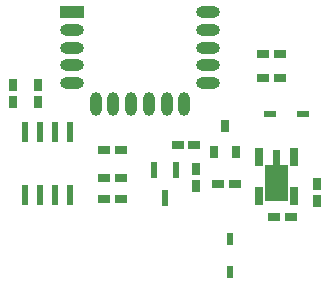
<source format=gtp>
%FSTAX23Y23*%
%MOIN*%
%SFA1B1*%

%IPPOS*%
%AMD16*
4,1,8,0.011600,-0.029800,0.011600,0.029800,0.008700,0.032700,-0.008700,0.032700,-0.011600,0.029800,-0.011600,-0.029800,-0.008700,-0.032700,0.008700,-0.032700,0.011600,-0.029800,0.0*
1,1,0.005800,0.008700,-0.029800*
1,1,0.005800,0.008700,0.029800*
1,1,0.005800,-0.008700,0.029800*
1,1,0.005800,-0.008700,-0.029800*
%
%AMD20*
4,1,8,-0.012000,0.018500,-0.012000,-0.018500,-0.009000,-0.021500,0.009000,-0.021500,0.012000,-0.018500,0.012000,0.018500,0.009000,0.021500,-0.009000,0.021500,-0.012000,0.018500,0.0*
1,1,0.006000,-0.009000,0.018500*
1,1,0.006000,-0.009000,-0.018500*
1,1,0.006000,0.009000,-0.018500*
1,1,0.006000,0.009000,0.018500*
%
%ADD10R,0.041340X0.023620*%
%ADD11R,0.039370X0.031500*%
%ADD13O,0.078740X0.039370*%
%ADD14C,0.060000*%
%ADD15R,0.026770X0.059060*%
G04~CAMADD=16~8~0.0~0.0~653.5~232.3~29.0~0.0~15~0.0~0.0~0.0~0.0~0~0.0~0.0~0.0~0.0~0~0.0~0.0~0.0~270.0~233.0~654.0*
%ADD16D16*%
%ADD17R,0.031500X0.039370*%
%ADD18O,0.039370X0.078740*%
%ADD19R,0.078740X0.039370*%
G04~CAMADD=20~8~0.0~0.0~429.1~240.2~30.0~0.0~15~0.0~0.0~0.0~0.0~0~0.0~0.0~0.0~0.0~0~0.0~0.0~0.0~90.0~242.0~429.0*
%ADD20D20*%
%ADD21R,0.023620X0.041340*%
%ADD22R,0.023620X0.057090*%
%LNsrt-wren-25-22-v101-1*%
%LPD*%
G36*
X01053Y00435D02*
X01078D01*
Y00315*
X01002*
Y00435*
X01027*
Y00482*
X01053*
Y00435*
G37*
G54D10*
X01019Y00605D03*
X01129D03*
G54D11*
X00845Y0037D03*
X009D03*
X00765Y00499D03*
X0071D03*
X00995Y00804D03*
X0105D03*
Y00724D03*
X00995D03*
X00465Y00389D03*
X0052D03*
X00465Y00319D03*
X0052D03*
X00465Y00484D03*
X0052D03*
X01032Y00259D03*
X01087D03*
G54D13*
X00811Y00707D03*
Y00766D03*
Y00825D03*
Y00884D03*
Y00943D03*
X00359Y00707D03*
Y00766D03*
Y00825D03*
Y00884D03*
G54D14*
X0104Y00382D03*
G54D15*
X01099Y00459D03*
X00981D03*
Y00329D03*
X01099D03*
G54D16*
X0035Y00542D03*
X003D03*
X0025D03*
X002D03*
Y00335D03*
X0025D03*
X003D03*
X0035D03*
G54D17*
X00245Y00699D03*
Y00644D03*
X01175Y00369D03*
Y00314D03*
X0016Y00699D03*
Y00644D03*
X0077Y00419D03*
Y00364D03*
G54D18*
X00733Y00638D03*
X00674D03*
X00615D03*
X00556D03*
X00496D03*
X00437D03*
G54D19*
X00359Y00943D03*
G54D20*
X00867Y00563D03*
X00904Y00478D03*
X00831D03*
G54D21*
X00884Y00077D03*
Y00187D03*
G54D22*
X00668Y00324D03*
X0063Y00417D03*
X00705D03*
M02*
</source>
